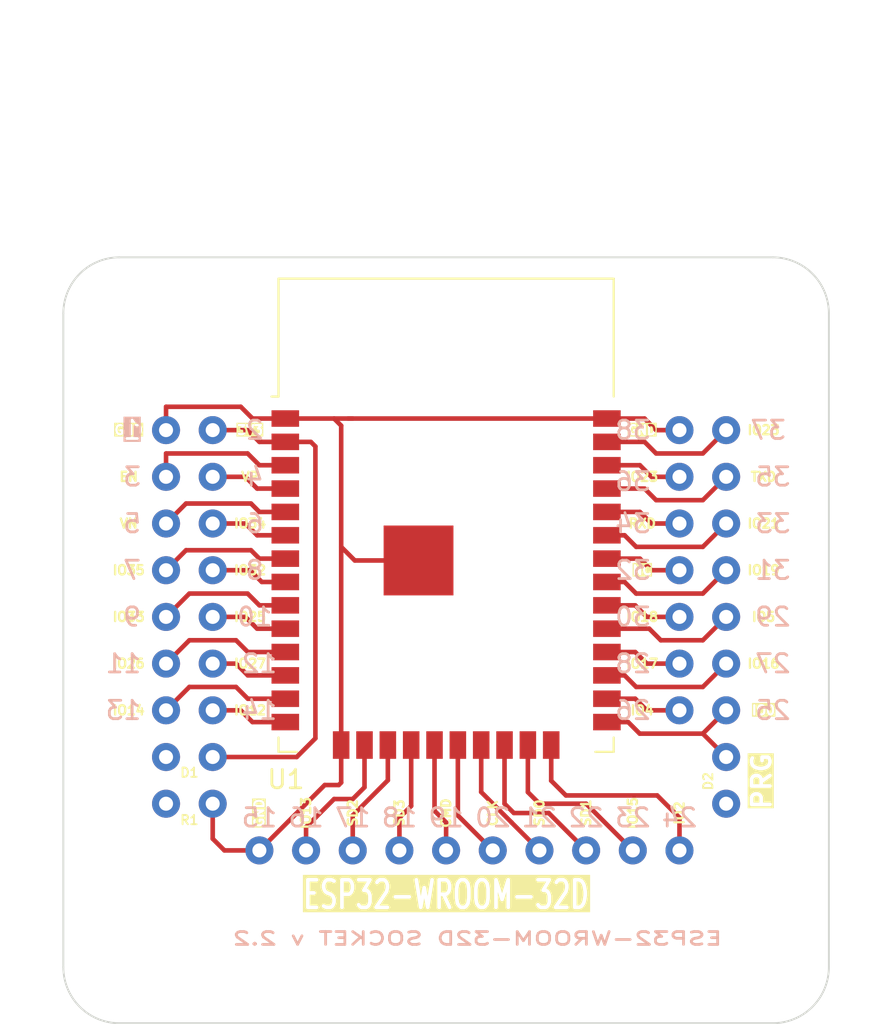
<source format=kicad_pcb>
(kicad_pcb (version 20221018) (generator pcbnew)
  (layers (0 "F.Cu" signal) (31 "B.Cu" signal) (34 "B.Paste" user) (35 "F.Paste" user) (36 "B.SilkS" user "B.Silkscreen") (37 "F.SilkS" user "F.Silkscreen") (38 "B.Mask" user) (39 "F.Mask" user) (44 "Edge.Cuts" user))
  (net 0 "")
  (net 1 "GND")
  (net 2 "+3V3")
  (net 3 "unconnected-(U1-EN-Pad3)")
  (net 4 "unconnected-(U1-SENSOR_VP-Pad4)")
  (net 5 "unconnected-(U1-SENSOR_VN-Pad5)")
  (net 6 "unconnected-(U1-IO34-Pad6)")
  (net 7 "unconnected-(U1-IO35-Pad7)")
  (net 8 "unconnected-(U1-IO32-Pad8)")
  (net 9 "unconnected-(U1-IO33-Pad9)")
  (net 10 "unconnected-(U1-IO25-Pad10)")
  (net 11 "unconnected-(U1-IO26-Pad11)")
  (net 12 "unconnected-(U1-IO27-Pad12)")
  (net 13 "unconnected-(U1-IO14-Pad13)")
  (net 14 "unconnected-(U1-IO12-Pad14)")
  (net 15 "unconnected-(U1-IO13-Pad16)")
  (net 16 "unconnected-(U1-SHD{slash}SD2-Pad17)")
  (net 17 "unconnected-(U1-SWP{slash}SD3-Pad18)")
  (net 18 "unconnected-(U1-SCS{slash}CMD-Pad19)")
  (net 19 "unconnected-(U1-SCK{slash}CLK-Pad20)")
  (net 20 "unconnected-(U1-SDO{slash}SD0-Pad21)")
  (net 21 "unconnected-(U1-SDI{slash}SD1-Pad22)")
  (net 22 "unconnected-(U1-IO15-Pad23)")
  (net 23 "unconnected-(U1-IO2-Pad24)")
  (net 24 "unconnected-(U1-IO4-Pad26)")
  (net 25 "unconnected-(U1-IO16-Pad27)")
  (net 26 "unconnected-(U1-IO17-Pad28)")
  (net 27 "unconnected-(U1-IO5-Pad29)")
  (net 28 "unconnected-(U1-IO18-Pad30)")
  (net 29 "unconnected-(U1-IO19-Pad31)")
  (net 30 "unconnected-(U1-NC-Pad32)")
  (net 31 "unconnected-(U1-IO21-Pad33)")
  (net 32 "unconnected-(U1-RXD0{slash}IO3-Pad34)")
  (net 33 "unconnected-(U1-TXD0{slash}IO1-Pad35)")
  (net 34 "unconnected-(U1-IO22-Pad36)")
  (net 35 "unconnected-(U1-IO23-Pad37)")
  (net 36 "Net-(D1-K)")
  (net 37 "Net-(D2-A)")
  (footprint "Alexander Footprints Library:R_2.5mm" (layer "F.Cu") (at 147.32 104.14)
    (fp_text reference "R1" (at -1.27 -1.651 unlocked) (layer "F.SilkS") (effects (font (size 0.5 0.5) (thickness 0.1))))
    (fp_text value "R")
    (pad "1" thru_hole circle (at -2.54 -2.54) (size 1.524 1.524) (drill 0.762) (layers "*.Cu" "*.Mask") (net 36 "Net-(D1-K)"))
    (pad "2" thru_hole circle (at 0 -2.54) (size 1.524 1.524) (drill 0.762) (layers "*.Cu" "*.Mask") (net 1 "GND"))
  )
  (footprint "Alexander Footprints Library:LED_2.5mm" (layer "F.Cu") (at 177.8 99.06 90)
    (fp_text reference "D2" (at -0.762 -3.2258 90 unlocked) (layer "F.SilkS") (effects (font (size 0.5 0.5) (thickness 0.1)) (justify right bottom)))
    (fp_text value "LED")
    (pad "1" thru_hole circle (at -2.54 -2.54 90) (size 1.524 1.524) (drill 0.762) (layers "*.Cu" "*.Mask") (net 36 "Net-(D1-K)"))
    (pad "2" thru_hole circle (at 0 -2.54 90) (size 1.524 1.524) (drill 0.762) (layers "*.Cu" "*.Mask") (net 37 "Net-(D2-A)"))
  )
  (footprint "MountingHole:MountingHole_2.2mm_M2" (layer "F.Cu") (at 142.24 74.93)
    (fp_text reference "H1" hide)
    (fp_text value "MountingHole_Pad_MP" hide)
    (pad "" np_thru_hole circle (at 0 0) (size 2.2 2.2) (drill 2.2) (layers "*.Cu" "*.Mask"))
  )
  (footprint "MountingHole:MountingHole_2.2mm_M2" (layer "F.Cu") (at 142.24 110.49)
    (fp_text reference "H3" hide)
    (fp_text value "MountingHole_Pad_MP" hide)
    (pad "" np_thru_hole circle (at 0 0) (size 2.2 2.2) (drill 2.2) (layers "*.Cu" "*.Mask"))
  )
  (footprint "MountingHole:MountingHole_2.2mm_M2" (layer "F.Cu") (at 177.8 110.49)
    (fp_text reference "H4" hide)
    (fp_text value "MountingHole_Pad_MP" hide)
    (pad "" np_thru_hole circle (at 0 0) (size 2.2 2.2) (drill 2.2) (layers "*.Cu" "*.Mask"))
  )
  (footprint "Alexander Footprints Library:LED_2.5mm" (layer "F.Cu") (at 147.32 109.22)
    (fp_text reference "D1" (at -1.27 -9.017 unlocked) (layer "F.SilkS") (effects (font (size 0.5 0.5) (thickness 0.1)) (justify bottom)))
    (fp_text value "LED")
    (pad "1" thru_hole circle (at -2.54 -10.16) (size 1.524 1.524) (drill 0.762) (layers "*.Cu" "*.Mask") (net 36 "Net-(D1-K)"))
    (pad "2" thru_hole circle (at 0 -10.16) (size 1.524 1.524) (drill 0.762) (layers "*.Cu" "*.Mask") (net 2 "+3V3"))
  )
  (footprint "MountingHole:MountingHole_2.2mm_M2" (layer "F.Cu") (at 177.8 74.93)
    (fp_text reference "H2" hide)
    (fp_text value "MountingHole_Pad_MP" hide)
    (pad "" np_thru_hole circle (at 0 0) (size 2.2 2.2) (drill 2.2) (layers "*.Cu" "*.Mask"))
  )
  (footprint "Alexander Footprints Library:ESP32-WROOM-Adapter-2" (layer "F.Cu") (at 160.02 88.9)
    (fp_text reference "U1" (at -7.62 10.795) (layer "F.SilkS") (effects (justify right top)))
    (fp_text value "ESP32-WROOM-32D")
    (fp_text user "ESP32-WROOM-32D" (at 0 17.653 unlocked) (layer "F.SilkS" knockout) (effects (font (size 1.5 1) (thickness 0.2) bold)))
    (fp_line (start -9.12 -15.86) (end -9.12 -9.445) (stroke (width 0.12)) (layer "F.SilkS"))
    (fp_line (start -9.12 -15.86) (end 9.12 -15.86) (stroke (width 0.12)) (layer "F.SilkS"))
    (fp_line (start -9.12 -9.445) (end -9.5 -9.445) (stroke (width 0.12)) (layer "F.SilkS"))
    (fp_line (start -9.12 9.1) (end -9.12 9.88) (stroke (width 0.12)) (layer "F.SilkS"))
    (fp_line (start -9.12 9.88) (end -8.12 9.88) (stroke (width 0.12)) (layer "F.SilkS"))
    (fp_line (start 9.12 -15.86) (end 9.12 -9.445) (stroke (width 0.12)) (layer "F.SilkS"))
    (fp_line (start 9.12 9.1) (end 9.12 9.88) (stroke (width 0.12)) (layer "F.SilkS"))
    (fp_line (start 9.12 9.88) (end 8.12 9.88) (stroke (width 0.12)) (layer "F.SilkS"))
    (pad "1" thru_hole circle (at -15.24 -7.62) (size 1.524 1.524) (drill 0.762) (layers "*.Cu" "*.Mask") (net 1 "GND"))
    (pad "1" smd rect (at -8.75 -8.25) (size 1.5 0.9) (layers "F.Cu" "F.Paste" "F.Mask") (net 1 "GND"))
    (pad "2" thru_hole circle (at -12.7 -7.62) (size 1.524 1.524) (drill 0.762) (layers "*.Cu" "*.Mask") (net 2 "+3V3"))
    (pad "2" smd rect (at -8.75 -6.98) (size 1.5 0.9) (layers "F.Cu" "F.Paste" "F.Mask") (net 2 "+3V3"))
    (pad "3" thru_hole circle (at -15.24 -5.08) (size 1.524 1.524) (drill 0.762) (layers "*.Cu" "*.Mask") (net 3 "unconnected-(U1-EN-Pad3)"))
    (pad "3" smd rect (at -8.75 -5.71) (size 1.5 0.9) (layers "F.Cu" "F.Paste" "F.Mask") (net 3 "unconnected-(U1-EN-Pad3)"))
    (pad "4" thru_hole circle (at -12.7 -5.08) (size 1.524 1.524) (drill 0.762) (layers "*.Cu" "*.Mask") (net 4 "unconnected-(U1-SENSOR_VP-Pad4)"))
    (pad "4" smd rect (at -8.75 -4.44) (size 1.5 0.9) (layers "F.Cu" "F.Paste" "F.Mask") (net 4 "unconnected-(U1-SENSOR_VP-Pad4)"))
    (pad "5" thru_hole circle (at -15.24 -2.54) (size 1.524 1.524) (drill 0.762) (layers "*.Cu" "*.Mask") (net 5 "unconnected-(U1-SENSOR_VN-Pad5)"))
    (pad "5" smd rect (at -8.75 -3.17) (size 1.5 0.9) (layers "F.Cu" "F.Paste" "F.Mask") (net 5 "unconnected-(U1-SENSOR_VN-Pad5)"))
    (pad "6" thru_hole circle (at -12.7 -2.54) (size 1.524 1.524) (drill 0.762) (layers "*.Cu" "*.Mask") (net 6 "unconnected-(U1-IO34-Pad6)"))
    (pad "6" smd rect (at -8.75 -1.9) (size 1.5 0.9) (layers "F.Cu" "F.Paste" "F.Mask") (net 6 "unconnected-(U1-IO34-Pad6)"))
    (pad "7" thru_hole circle (at -15.24 0) (size 1.524 1.524) (drill 0.762) (layers "*.Cu" "*.Mask") (net 7 "unconnected-(U1-IO35-Pad7)"))
    (pad "7" smd rect (at -8.75 -0.63) (size 1.5 0.9) (layers "F.Cu" "F.Paste" "F.Mask") (net 7 "unconnected-(U1-IO35-Pad7)"))
    (pad "8" thru_hole circle (at -12.7 0) (size 1.524 1.524) (drill 0.762) (layers "*.Cu" "*.Mask") (net 8 "unconnected-(U1-IO32-Pad8)"))
    (pad "8" smd rect (at -8.75 0.64) (size 1.5 0.9) (layers "F.Cu" "F.Paste" "F.Mask") (net 8 "unconnected-(U1-IO32-Pad8)"))
    (pad "9" thru_hole circle (at -15.24 2.54) (size 1.524 1.524) (drill 0.762) (layers "*.Cu" "*.Mask") (net 9 "unconnected-(U1-IO33-Pad9)"))
    (pad "9" smd rect (at -8.75 1.91) (size 1.5 0.9) (layers "F.Cu" "F.Paste" "F.Mask") (net 9 "unconnected-(U1-IO33-Pad9)"))
    (pad "10" thru_hole circle (at -12.7 2.54) (size 1.524 1.524) (drill 0.762) (layers "*.Cu" "*.Mask") (net 10 "unconnected-(U1-IO25-Pad10)"))
    (pad "10" smd rect (at -8.75 3.18) (size 1.5 0.9) (layers "F.Cu" "F.Paste" "F.Mask") (net 10 "unconnected-(U1-IO25-Pad10)"))
    (pad "11" thru_hole circle (at -15.24 5.08) (size 1.524 1.524) (drill 0.762) (layers "*.Cu" "*.Mask") (net 11 "unconnected-(U1-IO26-Pad11)"))
    (pad "11" smd rect (at -8.75 4.45) (size 1.5 0.9) (layers "F.Cu" "F.Paste" "F.Mask") (net 11 "unconnected-(U1-IO26-Pad11)"))
    (pad "12" thru_hole circle (at -12.7 5.08) (size 1.524 1.524) (drill 0.762) (layers "*.Cu" "*.Mask") (net 12 "unconnected-(U1-IO27-Pad12)"))
    (pad "12" smd rect (at -8.75 5.72) (size 1.5 0.9) (layers "F.Cu" "F.Paste" "F.Mask") (net 12 "unconnected-(U1-IO27-Pad12)"))
    (pad "13" thru_hole circle (at -15.24 7.62) (size 1.524 1.524) (drill 0.762) (layers "*.Cu" "*.Mask") (net 13 "unconnected-(U1-IO14-Pad13)"))
    (pad "13" smd rect (at -8.75 6.99) (size 1.5 0.9) (layers "F.Cu" "F.Paste" "F.Mask") (net 13 "unconnected-(U1-IO14-Pad13)"))
    (pad "14" thru_hole circle (at -12.7 7.62) (size 1.524 1.524) (drill 0.762) (layers "*.Cu" "*.Mask") (net 14 "unconnected-(U1-IO12-Pad14)"))
    (pad "14" smd rect (at -8.75 8.26) (size 1.5 0.9) (layers "F.Cu" "F.Paste" "F.Mask") (net 14 "unconnected-(U1-IO12-Pad14)"))
    (pad "15" thru_hole circle (at -10.16 15.24 90) (size 1.524 1.524) (drill 0.762) (layers "*.Cu" "*.Mask") (net 1 "GND"))
    (pad "15" smd rect (at -5.71 9.51 90) (size 1.5 0.9) (layers "F.Cu" "F.Paste" "F.Mask") (net 1 "GND"))
    (pad "16" thru_hole circle (at -7.62 15.24 90) (size 1.524 1.524) (drill 0.762) (layers "*.Cu" "*.Mask") (net 15 "unconnected-(U1-IO13-Pad16)"))
    (pad "16" smd rect (at -4.44 9.51 90) (size 1.5 0.9) (layers "F.Cu" "F.Paste" "F.Mask") (net 15 "unconnected-(U1-IO13-Pad16)"))
    (pad "17" thru_hole circle (at -5.08 15.24 90) (size 1.524 1.524) (drill 0.762) (layers "*.Cu" "*.Mask") (net 16 "unconnected-(U1-SHD{slash}SD2-Pad17)"))
    (pad "17" smd rect (at -3.17 9.51 90) (size 1.5 0.9) (layers "F.Cu" "F.Paste" "F.Mask") (net 16 "unconnected-(U1-SHD{slash}SD2-Pad17)"))
    (pad "18" thru_hole circle (at -2.54 15.24 90) (size 1.524 1.524) (drill 0.762) (layers "*.Cu" "*.Mask") (net 17 "unconnected-(U1-SWP{slash}SD3-Pad18)"))
    (pad "18" smd rect (at -1.9 9.51 90) (size 1.5 0.9) (layers "F.Cu" "F.Paste" "F.Mask") (net 17 "unconnected-(U1-SWP{slash}SD3-Pad18)"))
    (pad "19" smd rect (at -0.63 9.51 90) (size 1.5 0.9) (layers "F.Cu" "F.Paste" "F.Mask") (net 18 "unconnected-(U1-SCS{slash}CMD-Pad19)"))
    (pad "19" thru_hole circle (at 0 15.24 90) (size 1.524 1.524) (drill 0.762) (layers "*.Cu" "*.Mask") (net 18 "unconnected-(U1-SCS{slash}CMD-Pad19)"))
    (pad "20" smd rect (at 0.64 9.51 90) (size 1.5 0.9) (layers "F.Cu" "F.Paste" "F.Mask") (net 19 "unconnected-(U1-SCK{slash}CLK-Pad20)"))
    (pad "20" thru_hole circle (at 2.54 15.24 90) (size 1.524 1.524) (drill 0.762) (layers "*.Cu" "*.Mask") (net 19 "unconnected-(U1-SCK{slash}CLK-Pad20)"))
    (pad "21" smd rect (at 1.91 9.51 90) (size 1.5 0.9) (layers "F.Cu" "F.Paste" "F.Mask") (net 20 "unconnected-(U1-SDO{slash}SD0-Pad21)"))
    (pad "21" thru_hole circle (at 5.08 15.24 90) (size 1.524 1.524) (drill 0.762) (layers "*.Cu" "*.Mask") (net 20 "unconnected-(U1-SDO{slash}SD0-Pad21)"))
    (pad "22" smd rect (at 3.18 9.51 90) (size 1.5 0.9) (layers "F.Cu" "F.Paste" "F.Mask") (net 21 "unconnected-(U1-SDI{slash}SD1-Pad22)"))
    (pad "22" thru_hole circle (at 7.62 15.24 90) (size 1.524 1.524) (drill 0.762) (layers "*.Cu" "*.Mask") (net 21 "unconnected-(U1-SDI{slash}SD1-Pad22)"))
    (pad "23" smd rect (at 4.45 9.51 90) (size 1.5 0.9) (layers "F.Cu" "F.Paste" "F.Mask") (net 22 "unconnected-(U1-IO15-Pad23)"))
    (pad "23" thru_hole circle (at 10.16 15.24 90) (size 1.524 1.524) (drill 0.762) (layers "*.Cu" "*.Mask") (net 22 "unconnected-(U1-IO15-Pad23)"))
    (pad "24" smd rect (at 5.72 9.51 90) (size 1.5 0.9) (layers "F.Cu" "F.Paste" "F.Mask") (net 23 "unconnected-(U1-IO2-Pad24)"))
    (pad "24" thru_hole circle (at 12.7 15.24 90) (size 1.524 1.524) (drill 0.762) (layers "*.Cu" "*.Mask") (net 23 "unconnected-(U1-IO2-Pad24)"))
    (pad "25" smd rect (at 8.75 8.26) (size 1.5 0.9) (layers "F.Cu" "F.Paste" "F.Mask") (net 37 "Net-(D2-A)"))
    (pad "25" thru_hole circle (at 15.24 7.62) (size 1.524 1.524) (drill 0.762) (layers "*.Cu" "*.Mask") (net 37 "Net-(D2-A)"))
    (pad "26" smd rect (at 8.75 6.99) (size 1.5 0.9) (layers "F.Cu" "F.Paste" "F.Mask") (net 24 "unconnected-(U1-IO4-Pad26)"))
    (pad "26" thru_hole circle (at 12.7 7.62) (size 1.524 1.524) (drill 0.762) (layers "*.Cu" "*.Mask") (net 24 "unconnected-(U1-IO4-Pad26)"))
    (pad "27" smd rect (at 8.75 5.72) (size 1.5 0.9) (layers "F.Cu" "F.Paste" "F.Mask") (net 25 "unconnected-(U1-IO16-Pad27)"))
    (pad "27" thru_hole circle (at 15.24 5.08) (size 1.524 1.524) (drill 0.762) (layers "*.Cu" "*.Mask") (net 25 "unconnected-(U1-IO16-Pad27)"))
    (pad "28" smd rect (at 8.75 4.45) (size 1.5 0.9) (layers "F.Cu" "F.Paste" "F.Mask") (net 26 "unconnected-(U1-IO17-Pad28)"))
    (pad "28" thru_hole circle (at 12.7 5.08) (size 1.524 1.524) (drill 0.762) (layers "*.Cu" "*.Mask") (net 26 "unconnected-(U1-IO17-Pad28)"))
    (pad "29" smd rect (at 8.75 3.18) (size 1.5 0.9) (layers "F.Cu" "F.Paste" "F.Mask") (net 27 "unconnected-(U1-IO5-Pad29)"))
    (pad "29" thru_hole circle (at 15.24 2.54) (size 1.524 1.524) (drill 0.762) (layers "*.Cu" "*.Mask") (net 27 "unconnected-(U1-IO5-Pad29)"))
    (pad "30" smd rect (at 8.75 1.91) (size 1.5 0.9) (layers "F.Cu" "F.Paste" "F.Mask") (net 28 "unconnected-(U1-IO18-Pad30)"))
    (pad "30" thru_hole circle (at 12.7 2.54) (size 1.524 1.524) (drill 0.762) (layers "*.Cu" "*.Mask") (net 28 "unconnected-(U1-IO18-Pad30)"))
    (pad "31" smd rect (at 8.75 0.64) (size 1.5 0.9) (layers "F.Cu" "F.Paste" "F.Mask") (net 29 "unconnected-(U1-IO19-Pad31)"))
    (pad "31" thru_hole circle (at 15.24 0) (size 1.524 1.524) (drill 0.762) (layers "*.Cu" "*.Mask") (net 29 "unconnected-(U1-IO19-Pad31)"))
    (pad "32" smd rect (at 8.75 -0.63) (size 1.5 0.9) (layers "F.Cu" "F.Paste" "F.Mask") (net 30 "unconnected-(U1-NC-Pad32)"))
    (pad "32" thru_hole circle (at 12.7 0) (size 1.524 1.524) (drill 0.762) (layers "*.Cu" "*.Mask") (net 30 "unconnected-(U1-NC-Pad32)"))
    (pad "33" smd rect (at 8.75 -1.9) (size 1.5 0.9) (layers "F.Cu" "F.Paste" "F.Mask") (net 31 "unconnected-(U1-IO21-Pad33)"))
    (pad "33" thru_hole circle (at 15.24 -2.54) (size 1.524 1.524) (drill 0.762) (layers "*.Cu" "*.Mask") (net 31 "unconnected-(U1-IO21-Pad33)"))
    (pad "34" smd rect (at 8.75 -3.17) (size 1.5 0.9) (layers "F.Cu" "F.Paste" "F.Mask") (net 32 "unconnected-(U1-RXD0{slash}IO3-Pad34)"))
    (pad "34" thru_hole circle (at 12.7 -2.54) (size 1.524 1.524) (drill 0.762) (layers "*.Cu" "*.Mask") (net 32 "unconnected-(U1-RXD0{slash}IO3-Pad34)"))
    (pad "35" smd rect (at 8.75 -4.44) (size 1.5 0.9) (layers "F.Cu" "F.Paste" "F.Mask") (net 33 "unconnected-(U1-TXD0{slash}IO1-Pad35)"))
    (pad "35" thru_hole circle (at 15.24 -5.08) (size 1.524 1.524) (drill 0.762) (layers "*.Cu" "*.Mask") (net 33 "unconnected-(U1-TXD0{slash}IO1-Pad35)"))
    (pad "36" smd rect (at 8.75 -5.71) (size 1.5 0.9) (layers "F.Cu" "F.Paste" "F.Mask") (net 34 "unconnected-(U1-IO22-Pad36)"))
    (pad "36" thru_hole circle (at 12.7 -5.08) (size 1.524 1.524) (drill 0.762) (layers "*.Cu" "*.Mask") (net 34 "unconnected-(U1-IO22-Pad36)"))
    (pad "37" smd rect (at 8.75 -6.98) (size 1.5 0.9) (layers "F.Cu" "F.Paste" "F.Mask") (net 35 "unconnected-(U1-IO23-Pad37)"))
    (pad "37" thru_hole circle (at 15.24 -7.62) (size 1.524 1.524) (drill 0.762) (layers "*.Cu" "*.Mask") (net 35 "unconnected-(U1-IO23-Pad37)"))
    (pad "38" smd rect (at 8.75 -8.25) (size 1.5 0.9) (layers "F.Cu" "F.Paste" "F.Mask") (net 1 "GND"))
    (pad "38" thru_hole circle (at 12.7 -7.62) (size 1.524 1.524) (drill 0.762) (layers "*.Cu" "*.Mask") (net 1 "GND"))
    (pad "39" smd rect (at -1.5 -0.53) (size 3.8 3.8) (layers "F.Cu" "F.Mask") (net 1 "GND"))
  )
  (gr_line (start 177.8 113.538) (end 142.24 113.538) (stroke (width 0.1)) (layer "Edge.Cuts"))
  (gr_arc (start 177.8 71.882) (mid 179.955261 72.774739) (end 180.848 74.93) (stroke (width 0.1)) (layer "Edge.Cuts"))
  (gr_arc (start 139.192 74.93) (mid 140.084739 72.774739) (end 142.24 71.882) (stroke (width 0.1)) (layer "Edge.Cuts"))
  (gr_arc (start 142.24 113.538) (mid 140.084739 112.645261) (end 139.192 110.49) (stroke (width 0.1)) (layer "Edge.Cuts"))
  (gr_arc (start 180.848 110.49) (mid 179.955261 112.645261) (end 177.8 113.538) (stroke (width 0.1)) (layer "Edge.Cuts"))
  (gr_line (start 139.192 74.93) (end 139.192 110.49) (stroke (width 0.1)) (layer "Edge.Cuts"))
  (gr_line (start 177.8 71.882) (end 142.24 71.882) (stroke (width 0.1)) (layer "Edge.Cuts"))
  (gr_line (start 180.848 110.49) (end 180.848 74.93) (stroke (width 0.1)) (layer "Edge.Cuts"))
  (gr_text "26" (at 170.18 96.52) (layer "B.SilkS") (effects (font (size 1 1)) (justify mirror)))
  (gr_text "14" (at 149.86 96.52) (layer "B.SilkS") (effects (font (size 1 1)) (justify mirror)))
  (gr_text "18" (at 157.48 102.362) (layer "B.SilkS") (effects (font (size 1 1)) (justify mirror)))
  (gr_text "13" (at 143.51 96.52) (layer "B.SilkS") (effects (font (size 1 1)) (justify left mirror)))
  (gr_text "15" (at 149.86 102.362) (layer "B.SilkS") (effects (font (size 1 1)) (justify mirror)))
  (gr_text "24" (at 172.72 102.362) (layer "B.SilkS") (effects (font (size 1 1)) (justify mirror)))
  (gr_text "6" (at 149.606 86.36) (layer "B.SilkS") (effects (font (size 1 1)) (justify mirror)))
  (gr_text "7" (at 143.51 88.9) (layer "B.SilkS") (effects (font (size 1 1)) (justify left mirror)))
  (gr_text "28" (at 170.18 93.98) (layer "B.SilkS") (effects (font (size 1 1)) (justify mirror)))
  (gr_text "33" (at 177.8 86.36) (layer "B.SilkS") (effects (font (size 1 1)) (justify mirror)))
  (gr_text "19" (at 160.02 102.362) (layer "B.SilkS") (effects (font (size 1 1)) (justify mirror)))
  (gr_text "5" (at 143.51 86.36) (layer "B.SilkS") (effects (font (size 1 1)) (justify left mirror)))
  (gr_text "31" (at 177.8 88.9) (layer "B.SilkS") (effects (font (size 1 1)) (justify mirror)))
  (gr_text "10" (at 149.606 91.44) (layer "B.SilkS") (effects (font (size 1 1)) (justify mirror)))
  (gr_text "16" (at 152.4 102.362) (layer "B.SilkS") (effects (font (size 1 1)) (justify mirror)))
  (gr_text "3" (at 143.51 83.82) (layer "B.SilkS") (effects (font (size 1 1)) (justify left mirror)))
  (gr_text "32" (at 170.18 88.9) (layer "B.SilkS") (effects (font (size 1 1)) (justify mirror)))
  (gr_text "22" (at 167.64 102.362) (layer "B.SilkS") (effects (font (size 1 1)) (justify mirror)))
  (gr_text "27" (at 177.8 93.98) (layer "B.SilkS") (effects (font (size 1 1)) (justify mirror)))
  (gr_text "4" (at 149.606 83.82) (layer "B.SilkS") (effects (font (size 1 1)) (justify mirror)))
  (gr_text "25" (at 177.8 96.52) (layer "B.SilkS") (effects (font (size 1 1)) (justify mirror)))
  (gr_text "8" (at 149.606 88.9) (layer "B.SilkS") (effects (font (size 1 1)) (justify mirror)))
  (gr_text "17" (at 154.94 102.362) (layer "B.SilkS") (effects (font (size 1 1)) (justify mirror)))
  (gr_text "36" (at 170.18 84.074) (layer "B.SilkS") (effects (font (size 1 1)) (justify mirror)))
  (gr_text "37" (at 177.546 81.28) (layer "B.SilkS") (effects (font (size 1 1)) (justify mirror)))
  (gr_text "23\n" (at 170.18 102.362) (layer "B.SilkS") (effects (font (size 1 1)) (justify mirror)))
  (gr_text "29" (at 177.8 91.44) (layer "B.SilkS") (effects (font (size 1 1)) (justify mirror)))
  (gr_text "35" (at 177.8 83.82) (layer "B.SilkS") (effects (font (size 1 1)) (justify mirror)))
  (gr_text "30" (at 170.18 91.44) (layer "B.SilkS") (effects (font (size 1 1)) (justify mirror)))
  (gr_text "9" (at 143.51 91.44) (layer "B.SilkS") (effects (font (size 1 1)) (justify left mirror)))
  (gr_text "11" (at 143.51 93.98) (layer "B.SilkS") (effects (font (size 1 1)) (justify left mirror)))
  (gr_text "34" (at 170.18 86.36) (layer "B.SilkS") (effects (font (size 1 1)) (justify mirror)))
  (gr_text "2" (at 149.606 81.28) (layer "B.SilkS") (effects (font (size 1 1)) (justify mirror)))
  (gr_text "20" (at 162.56 102.362) (layer "B.SilkS") (effects (font (size 1 1)) (justify mirror)))
  (gr_text "12" (at 149.86 93.98) (layer "B.SilkS") (effects (font (size 1 1)) (justify mirror)))
  (gr_text "21" (at 165.1 102.362) (layer "B.SilkS") (effects (font (size 1 1)) (justify mirror)))
  (gr_text "1" (at 143.51 81.28) (layer "B.SilkS" knockout) (effects (font (size 1 1)) (justify left mirror)))
  (gr_text "38" (at 170.18 81.28) (layer "B.SilkS") (effects (font (size 1 1)) (justify mirror)))
  (gr_text "ESP32-WROOM-32D SOCKET v 2.2" (at 175.133 109.347) (layer "B.SilkS") (effects (font (size 0.7 1)) (justify left bottom mirror)))
  (gr_text "RXD" (at 170.688 86.36) (layer "F.SilkS") (effects (font (size 0.5 0.5) (thickness 0.125))))
  (gr_text "CMD" (at 160.02 102.108 90) (layer "F.SilkS") (effects (font (size 0.5 0.5) (thickness 0.125))))
  (gr_text "IO23" (at 170.688 83.82) (layer "F.SilkS") (effects (font (size 0.5 0.5) (thickness 0.125))))
  (gr_text "SD2" (at 154.94 102.108 90) (layer "F.SilkS") (effects (font (size 0.5 0.5) (thickness 0.125))))
  (gr_text "CLK" (at 162.56 102.108 90) (layer "F.SilkS") (effects (font (size 0.5 0.5) (thickness 0.125))))
  (gr_text "IO18" (at 170.688 91.44) (layer "F.SilkS") (effects (font (size 0.5 0.5) (thickness 0.125))))
  (gr_text "IO13" (at 152.4 102.108 90) (layer "F.SilkS") (effects (font (size 0.5 0.5) (thickness 0.125))))
  (gr_text "SD0" (at 165.1 102.108 90) (layer "F.SilkS") (effects (font (size 0.5 0.5) (thickness 0.125))))
  (gr_text "IO35" (at 142.748 88.9) (layer "F.SilkS") (effects (font (size 0.5 0.5) (thickness 0.125))))
  (gr_text "IO4" (at 170.688 96.52) (layer "F.SilkS") (effects (font (size 0.5 0.5) (thickness 0.125))))
  (gr_text "IO14" (at 142.748 96.52) (layer "F.SilkS") (effects (font (size 0.5 0.5) (thickness 0.125))))
  (gr_text "IO15" (at 170.18 102.108 90) (layer "F.SilkS") (effects (font (size 0.5 0.5) (thickness 0.125))))
  (gr_text "PRG" (at 177.7746 102.0064 90) (layer "F.SilkS" knockout) (effects (font (size 1 1) (thickness 0.2) bold) (justify left bottom)))
  (gr_text "IO5" (at 177.292 91.44) (layer "F.SilkS") (effects (font (size 0.5 0.5) (thickness 0.125))))
  (gr_text "VN" (at 142.748 86.36) (layer "F.SilkS") (effects (font (size 0.5 0.5) (thickness 0.125))))
  (gr_text "IO25" (at 149.352 91.44) (layer "F.SilkS") (effects (font (size 0.5 0.5) (thickness 0.125))))
  (gr_text "SD1" (at 167.64 102.108 90) (layer "F.SilkS") (effects (font (size 0.5 0.5) (thickness 0.125))))
  (gr_text "IO12" (at 149.352 96.52) (layer "F.SilkS") (effects (font (size 0.5 0.5) (thickness 0.125))))
  (gr_text "3V3" (at 149.352 81.28) (layer "F.SilkS" knockout) (effects (font (size 0.5 0.5) (thickness 0.125))))
  (gr_text "IO26" (at 142.748 93.98) (layer "F.SilkS") (effects (font (size 0.5 0.5) (thickness 0.125))))
  (gr_text "VP" (at 149.352 83.82) (layer "F.SilkS") (effects (font (size 0.5 0.5) (thickness 0.125))))
  (gr_text "GND" (at 142.748 81.28) (layer "F.SilkS" knockout) (effects (font (size 0.5 0.5) (thickness 0.125))))
  (gr_text "IO34" (at 149.352 86.36) (layer "F.SilkS") (effects (font (size 0.5 0.5) (thickness 0.125))))
  (gr_text "IO23" (at 177.292 81.28) (layer "F.SilkS") (effects (font (size 0.5 0.5) (thickness 0.125))))
  (gr_text "IO16" (at 177.292 93.98) (layer "F.SilkS") (effects (font (size 0.5 0.5) (thickness 0.125))))
  (gr_text "IO17" (at 170.688 93.98) (layer "F.SilkS") (effects (font (size 0.5 0.5) (thickness 0.125))))
  (gr_text "IO0" (at 177.292 96.52) (layer "F.SilkS" knockout) (effects (font (size 0.5 0.5) (thickness 0.125))))
  (gr_text "TXD" (at 177.292 83.82) (layer "F.SilkS") (effects (font (size 0.5 0.5) (thickness 0.125))))
  (gr_text "SD3" (at 157.48 102.108 90) (layer "F.SilkS") (effects (font (size 0.5 0.5) (thickness 0.125))))
  (gr_text "EN" (at 142.748 83.82) (layer "F.SilkS") (effects (font (size 0.5 0.5) (thickness 0.125))))
  (gr_text "IO19" (at 177.292 88.9) (layer "F.SilkS") (effects (font (size 0.5 0.5) (thickness 0.125))))
  (gr_text "IO32" (at 149.352 88.9) (layer "F.SilkS") (effects (font (size 0.5 0.5) (thickness 0.125))))
  (gr_text "GND" (at 170.688 81.28) (layer "F.SilkS" knockout) (effects (font (size 0.5 0.5) (thickness 0.125))))
  (gr_text "IO27" (at 149.352 93.98) (layer "F.SilkS") (effects (font (size 0.5 0.5) (thickness 0.125))))
  (gr_text "GND" (at 149.86 102.108 90) (layer "F.SilkS" knockout) (effects (font (size 0.5 0.5) (thickness 0.125))))
  (gr_text "IO21" (at 177.292 86.36) (layer "F.SilkS") (effects (font (size 0.5 0.5) (thickness 0.125))))
  (gr_text "IO33" (at 142.748 91.44) (layer "F.SilkS") (effects (font (size 0.5 0.5) (thickness 0.125))))
  (gr_text "NC" (at 170.688 88.9) (layer "F.SilkS" knockout) (effects (font (size 0.5 0.5) (thickness 0.125))))
  (gr_text "IO2" (at 172.72 102.108 90) (layer "F.SilkS") (effects (font (size 0.5 0.5) (thickness 0.125))))
  (segment (start 153.924 80.65) (end 154.94 80.65) (width 0.25) (layer "F.Cu") (net 1))
  (segment (start 148.847251 80.01) (end 144.78 80.01) (width 0.25) (layer "F.Cu") (net 1))
  (segment (start 151.27 80.65) (end 153.924 80.65) (width 0.25) (layer "F.Cu") (net 1))
  (segment (start 153.416 100.584) (end 152.146 101.854) (width 0.25) (layer "F.Cu") (net 1))
  (segment (start 149.487251 80.65) (end 148.847251 80.01) (width 0.25) (layer "F.Cu") (net 1))
  (segment (start 155.05 88.37) (end 154.31 87.63) (width 0.25) (layer "F.Cu") (net 1))
  (segment (start 151.27 80.65) (end 149.487251 80.65) (width 0.25) (layer "F.Cu") (net 1))
  (segment (start 147.32 103.505) (end 147.955 104.14) (width 0.25) (layer "F.Cu") (net 1))
  (segment (start 154.686 80.65) (end 168.77 80.65) (width 0.25) (layer "F.Cu") (net 1))
  (segment (start 154.31 81.036) (end 153.924 80.65) (width 0.25) (layer "F.Cu") (net 1))
  (segment (start 154.31 100.452) (end 154.178 100.584) (width 0.25) (layer "F.Cu") (net 1))
  (segment (start 154.31 98.41) (end 154.31 87.63) (width 0.25) (layer "F.Cu") (net 1))
  (segment (start 158.52 88.37) (end 155.05 88.37) (width 0.25) (layer "F.Cu") (net 1))
  (segment (start 152.146 101.854) (end 149.86 104.14) (width 0.25) (layer "F.Cu") (net 1))
  (segment (start 147.32 101.6) (end 147.32 103.505) (width 0.25) (layer "F.Cu") (net 1))
  (segment (start 171.45 81.28) (end 172.72 81.28) (width 0.25) (layer "F.Cu") (net 1))
  (segment (start 147.955 104.14) (end 149.86 104.14) (width 0.25) (layer "F.Cu") (net 1))
  (segment (start 154.31 98.41) (end 154.31 100.452) (width 0.25) (layer "F.Cu") (net 1))
  (segment (start 170.82 80.65) (end 171.45 81.28) (width 0.25) (layer "F.Cu") (net 1))
  (segment (start 144.78 80.01) (end 144.78 81.28) (width 0.25) (layer "F.Cu") (net 1))
  (segment (start 154.178 100.584) (end 153.416 100.584) (width 0.25) (layer "F.Cu") (net 1))
  (segment (start 154.31 87.63) (end 154.31 81.036) (width 0.25) (layer "F.Cu") (net 1))
  (segment (start 168.77 80.65) (end 170.82 80.65) (width 0.25) (layer "F.Cu") (net 1))
  (segment (start 147.32 99.06) (end 151.892 99.06) (width 0.25) (layer "F.Cu") (net 2))
  (segment (start 152.908 82.169) (end 152.659 81.92) (width 0.25) (layer "F.Cu") (net 2))
  (segment (start 149.22 81.28) (end 149.86 81.92) (width 0.25) (layer "F.Cu") (net 2))
  (segment (start 151.27 81.92) (end 149.86 81.92) (width 0.25) (layer "F.Cu") (net 2))
  (segment (start 152.659 81.92) (end 151.27 81.92) (width 0.25) (layer "F.Cu") (net 2))
  (segment (start 147.32 81.28) (end 149.22 81.28) (width 0.25) (layer "F.Cu") (net 2))
  (segment (start 152.908 98.044) (end 152.908 82.169) (width 0.25) (layer "F.Cu") (net 2))
  (segment (start 151.892 99.06) (end 152.908 98.044) (width 0.25) (layer "F.Cu") (net 2))
  (segment (start 149.22 82.55) (end 144.78 82.55) (width 0.25) (layer "F.Cu") (net 3))
  (segment (start 149.86 83.19) (end 149.22 82.55) (width 0.25) (layer "F.Cu") (net 3))
  (segment (start 151.27 83.19) (end 149.86 83.19) (width 0.25) (layer "F.Cu") (net 3))
  (segment (start 144.78 82.55) (end 144.78 83.82) (width 0.25) (layer "F.Cu") (net 3))
  (segment (start 147.32 83.82) (end 149.098 83.82) (width 0.25) (layer "F.Cu") (net 4))
  (segment (start 149.098 83.82) (end 149.738 84.46) (width 0.25) (layer "F.Cu") (net 4))
  (segment (start 149.738 84.46) (end 151.27 84.46) (width 0.25) (layer "F.Cu") (net 4))
  (segment (start 151.27 85.73) (end 149.86 85.73) (width 0.25) (layer "F.Cu") (net 5))
  (segment (start 144.78 86.36) (end 145.867 85.273) (width 0.25) (layer "F.Cu") (net 5))
  (segment (start 145.867 85.273) (end 149.403 85.273) (width 0.25) (layer "F.Cu") (net 5))
  (segment (start 149.403 85.273) (end 149.86 85.73) (width 0.25) (layer "F.Cu") (net 5))
  (segment (start 149.098 86.36) (end 147.32 86.36) (width 0.25) (layer "F.Cu") (net 6))
  (segment (start 149.738 87) (end 149.098 86.36) (width 0.25) (layer "F.Cu") (net 6))
  (segment (start 151.27 87) (end 149.738 87) (width 0.25) (layer "F.Cu") (net 6))
  (segment (start 144.78 88.9) (end 145.867 87.813) (width 0.25) (layer "F.Cu") (net 7))
  (segment (start 151.27 88.27) (end 149.86 88.27) (width 0.25) (layer "F.Cu") (net 7))
  (segment (start 145.867 87.813) (end 149.403 87.813) (width 0.25) (layer "F.Cu") (net 7))
  (segment (start 149.403 87.813) (end 149.86 88.27) (width 0.25) (layer "F.Cu") (net 7))
  (segment (start 151.27 89.54) (end 149.992 89.54) (width 0.25) (layer "F.Cu") (net 8))
  (segment (start 149.352 88.9) (end 147.32 88.9) (width 0.25) (layer "F.Cu") (net 8))
  (segment (start 149.992 89.54) (end 149.352 88.9) (width 0.25) (layer "F.Cu") (net 8))
  (segment (start 149.22 90.17) (end 149.86 90.81) (width 0.25) (layer "F.Cu") (net 9))
  (segment (start 146.05 90.17) (end 149.22 90.17) (width 0.25) (layer "F.Cu") (net 9))
  (segment (start 144.78 91.44) (end 146.05 90.17) (width 0.25) (layer "F.Cu") (net 9))
  (segment (start 149.86 90.81) (end 151.27 90.81) (width 0.25) (layer "F.Cu") (net 9))
  (segment (start 149.738 92.08) (end 149.098 91.44) (width 0.25) (layer "F.Cu") (net 10))
  (segment (start 151.27 92.08) (end 149.738 92.08) (width 0.25) (layer "F.Cu") (net 10))
  (segment (start 149.098 91.44) (end 147.32 91.44) (width 0.25) (layer "F.Cu") (net 10))
  (segment (start 148.59 92.71) (end 146.05 92.71) (width 0.25) (layer "F.Cu") (net 11))
  (segment (start 149.23 93.35) (end 148.59 92.71) (width 0.25) (layer "F.Cu") (net 11))
  (segment (start 146.05 92.71) (end 144.78 93.98) (width 0.25) (layer "F.Cu") (net 11))
  (segment (start 151.27 93.35) (end 149.23 93.35) (width 0.25) (layer "F.Cu") (net 11))
  (segment (start 151.27 94.62) (end 149.23 94.62) (width 0.25) (layer "F.Cu") (net 12))
  (segment (start 148.59 93.98) (end 147.32 93.98) (width 0.25) (layer "F.Cu") (net 12))
  (segment (start 149.23 94.62) (end 148.59 93.98) (width 0.25) (layer "F.Cu") (net 12))
  (segment (start 144.78 96.52) (end 146.05 95.25) (width 0.25) (layer "F.Cu") (net 13))
  (segment (start 146.05 95.25) (end 148.59 95.25) (width 0.25) (layer "F.Cu") (net 13))
  (segment (start 149.23 95.89) (end 151.27 95.89) (width 0.25) (layer "F.Cu") (net 13))
  (segment (start 148.59 95.25) (end 149.23 95.89) (width 0.25) (layer "F.Cu") (net 13))
  (segment (start 148.844 96.52) (end 147.32 96.52) (width 0.25) (layer "F.Cu") (net 14))
  (segment (start 149.484 97.16) (end 148.844 96.52) (width 0.25) (layer "F.Cu") (net 14))
  (segment (start 151.27 97.16) (end 149.484 97.16) (width 0.25) (layer "F.Cu") (net 14))
  (segment (start 155.58 100.706) (end 154.94 101.346) (width 0.25) (layer "F.Cu") (net 15))
  (segment (start 154.94 101.346) (end 153.924 101.346) (width 0.25) (layer "F.Cu") (net 15))
  (segment (start 155.58 98.41) (end 155.58 100.706) (width 0.25) (layer "F.Cu") (net 15))
  (segment (start 153.924 101.346) (end 152.4 102.87) (width 0.25) (layer "F.Cu") (net 15))
  (segment (start 152.4 102.87) (end 152.4 104.14) (width 0.25) (layer "F.Cu") (net 15))
  (segment (start 156.85 98.41) (end 156.85 100.326396) (width 0.25) (layer "F.Cu") (net 16))
  (segment (start 156.85 100.326396) (end 154.94 102.236396) (width 0.25) (layer "F.Cu") (net 16))
  (segment (start 154.94 102.236396) (end 154.94 104.14) (width 0.25) (layer "F.Cu") (net 16))
  (segment (start 158.12 98.41) (end 158.12 101.722) (width 0.25) (layer "F.Cu") (net 17))
  (segment (start 157.48 102.362) (end 157.48 104.14) (width 0.25) (layer "F.Cu") (net 17))
  (segment (start 158.12 101.722) (end 157.48 102.362) (width 0.25) (layer "F.Cu") (net 17))
  (segment (start 159.39 101.986) (end 160.02 102.616) (width 0.25) (layer "F.Cu") (net 18))
  (segment (start 159.39 98.41) (end 159.39 101.986) (width 0.25) (layer "F.Cu") (net 18))
  (segment (start 160.02 102.616) (end 160.02 104.14) (width 0.25) (layer "F.Cu") (net 18))
  (segment (start 160.66 98.41) (end 160.66 102.24) (width 0.25) (layer "F.Cu") (net 19))
  (segment (start 160.66 102.24) (end 162.56 104.14) (width 0.25) (layer "F.Cu") (net 19))
  (segment (start 163.579604 102.616) (end 163.579604 102.619604) (width 0.25) (layer "F.Cu") (net 20))
  (segment (start 161.93 100.966396) (end 163.579604 102.616) (width 0.25) (layer "F.Cu") (net 20))
  (segment (start 163.579604 102.619604) (end 165.1 104.14) (width 0.25) (layer "F.Cu") (net 20))
  (segment (start 161.93 98.41) (end 161.93 100.966396) (width 0.25) (layer "F.Cu") (net 20))
  (segment (start 163.2 101.6) (end 163.708 102.108) (width 0.25) (layer "F.Cu") (net 21))
  (segment (start 163.2 98.41) (end 163.2 101.6) (width 0.25) (layer "F.Cu") (net 21))
  (segment (start 163.708 102.108) (end 165.608 102.108) (width 0.25) (layer "F.Cu") (net 21))
  (segment (start 165.608 102.108) (end 167.64 104.14) (width 0.25) (layer "F.Cu") (net 21))
  (segment (start 164.47 100.97) (end 165.1 101.6) (width 0.25) (layer "F.Cu") (net 22))
  (segment (start 165.1 101.6) (end 167.64 101.6) (width 0.25) (layer "F.Cu") (net 22))
  (segment (start 167.64 101.6) (end 170.18 104.14) (width 0.25) (layer "F.Cu") (net 22))
  (segment (start 164.47 98.41) (end 164.47 100.97) (width 0.25) (layer "F.Cu") (net 22))
  (segment (start 171.508 101.15) (end 172.72 102.362) (width 0.25) (layer "F.Cu") (net 23))
  (segment (start 165.74 98.41) (end 165.74 100.35) (width 0.25) (layer "F.Cu") (net 23))
  (segment (start 165.74 100.35) (end 166.54 101.15) (width 0.25) (layer "F.Cu") (net 23))
  (segment (start 166.54 101.15) (end 171.508 101.15) (width 0.25) (layer "F.Cu") (net 23))
  (segment (start 172.72 102.362) (end 172.72 104.14) (width 0.25) (layer "F.Cu") (net 23))
  (segment (start 170.942 96.52) (end 172.72 96.52) (width 0.25) (layer "F.Cu") (net 24))
  (segment (start 170.312 95.89) (end 170.942 96.52) (width 0.25) (layer "F.Cu") (net 24))
  (segment (start 168.77 95.89) (end 170.312 95.89) (width 0.25) (layer "F.Cu") (net 24))
  (segment (start 173.99 95.25) (end 175.26 93.98) (width 0.25) (layer "F.Cu") (net 25))
  (segment (start 169.733 94.62) (end 170.363 95.25) (width 0.25) (layer "F.Cu") (net 25))
  (segment (start 170.363 95.25) (end 173.99 95.25) (width 0.25) (layer "F.Cu") (net 25))
  (segment (start 168.77 94.62) (end 169.733 94.62) (width 0.25) (layer "F.Cu") (net 25))
  (segment (start 168.77 93.35) (end 170.312 93.35) (width 0.25) (layer "F.Cu") (net 26))
  (segment (start 170.942 93.98) (end 172.72 93.98) (width 0.25) (layer "F.Cu") (net 26))
  (segment (start 170.312 93.35) (end 170.942 93.98) (width 0.25) (layer "F.Cu") (net 26))
  (segment (start 171.074 92.08) (end 171.704 92.71) (width 0.25) (layer "F.Cu") (net 27))
  (segment (start 173.99 92.71) (end 175.26 91.44) (width 0.25) (layer "F.Cu") (net 27))
  (segment (start 168.77 92.08) (end 171.074 92.08) (width 0.25) (layer "F.Cu") (net 27))
  (segment (start 171.704 92.71) (end 173.99 92.71) (width 0.25) (layer "F.Cu") (net 27))
  (segment (start 170.942 91.44) (end 172.72 91.44) (width 0.25) (layer "F.Cu") (net 28))
  (segment (start 170.312 90.81) (end 170.942 91.44) (width 0.25) (layer "F.Cu") (net 28))
  (segment (start 168.77 90.81) (end 170.312 90.81) (width 0.25) (layer "F.Cu") (net 28))
  (segment (start 173.99 90.17) (end 175.26 88.9) (width 0.25) (layer "F.Cu") (net 29))
  (segment (start 168.77 89.54) (end 169.733 89.54) (width 0.25) (layer "F.Cu") (net 29))
  (segment (start 170.363 90.17) (end 173.99 90.17) (width 0.25) (layer "F.Cu") (net 29))
  (segment (start 169.733 89.54) (end 170.363 90.17) (width 0.25) (layer "F.Cu") (net 29))
  (segment (start 171.196 88.9) (end 172.72 88.9) (width 0.25) (layer "F.Cu") (net 30))
  (segment (start 168.77 88.27) (end 170.566 88.27) (width 0.25) (layer "F.Cu") (net 30))
  (segment (start 170.566 88.27) (end 171.196 88.9) (width 0.25) (layer "F.Cu") (net 30))
  (segment (start 170.363 87.63) (end 173.99 87.63) (width 0.25) (layer "F.Cu") (net 31))
  (segment (start 173.99 87.63) (end 175.26 86.36) (width 0.25) (layer "F.Cu") (net 31))
  (segment (start 168.77 87) (end 169.733 87) (width 0.25) (layer "F.Cu") (net 31))
  (segment (start 169.733 87) (end 170.363 87.63) (width 0.25) (layer "F.Cu") (net 31))
  (segment (start 168.77 85.73) (end 170.566 85.73) (width 0.25) (layer "F.Cu") (net 32))
  (segment (start 170.566 85.73) (end 171.196 86.36) (width 0.25) (layer "F.Cu") (net 32))
  (segment (start 171.196 86.36) (end 172.72 86.36) (width 0.25) (layer "F.Cu") (net 32))
  (segment (start 170.82 84.46) (end 171.45 85.09) (width 0.25) (layer "F.Cu") (net 33))
  (segment (start 173.99 85.09) (end 175.26 83.82) (width 0.25) (layer "F.Cu") (net 33))
  (segment (start 171.45 85.09) (end 173.99 85.09) (width 0.25) (layer "F.Cu") (net 33))
  (segment (start 168.77 84.46) (end 170.82 84.46) (width 0.25) (layer "F.Cu") (net 33))
  (segment (start 168.77 83.19) (end 170.566 83.19) (width 0.25) (layer "F.Cu") (net 34))
  (segment (start 170.566 83.19) (end 171.196 83.82) (width 0.25) (layer "F.Cu") (net 34))
  (segment (start 171.196 83.82) (end 172.72 83.82) (width 0.25) (layer "F.Cu") (net 34))
  (segment (start 173.99 82.55) (end 175.26 81.28) (width 0.25) (layer "F.Cu") (net 35))
  (segment (start 168.77 81.92) (end 170.82 81.92) (width 0.25) (layer "F.Cu") (net 35))
  (segment (start 170.82 81.92) (end 171.45 82.55) (width 0.25) (layer "F.Cu") (net 35))
  (segment (start 171.45 82.55) (end 173.99 82.55) (width 0.25) (layer "F.Cu") (net 35))
  (segment (start 168.77 97.16) (end 169.926 97.16) (width 0.25) (layer "F.Cu") (net 37))
  (segment (start 170.556 97.79) (end 173.99 97.79) (width 0.25) (layer "F.Cu") (net 37))
  (segment (start 169.926 97.16) (end 170.556 97.79) (width 0.25) (layer "F.Cu") (net 37))
  (segment (start 173.99 97.79) (end 175.26 96.52) (width 0.25) (layer "F.Cu") (net 37))
  (segment (start 175.26 99.06) (end 173.99 97.79) (width 0.25) (layer "F.Cu") (net 37))
)
</source>
